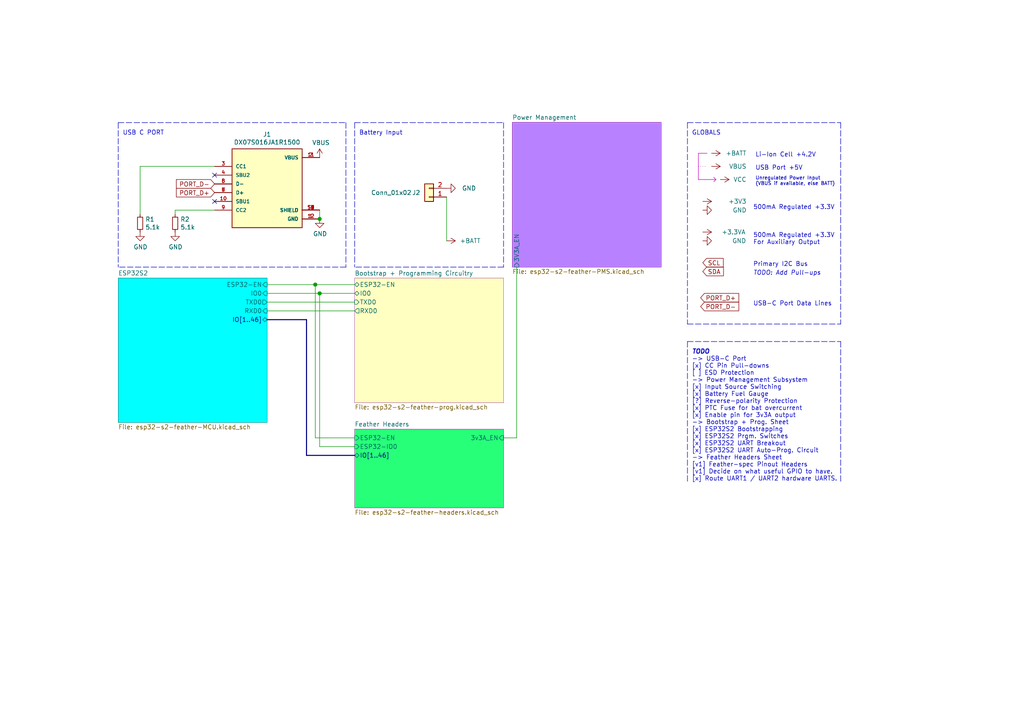
<source format=kicad_sch>
(kicad_sch (version 20210406) (generator eeschema)
  (paper "A4")
  (title_block (title "ESP32S2 Wroom Feather") (date "2020-12-26") (rev "v2") (company "Leigh Oliver"))
  (lib_symbols
    (symbol "Connector_Generic:Conn_01x02" (pin_names (offset 1.016) hide)
      (property "Reference" "J" (at 0 2.54 0))
      (property "Value" "Conn_01x02" (at 0 -5.08 0))
      (symbol "Conn_01x02_1_1"
        (rectangle (start -1.27 -2.413) (end 0 -2.667) (stroke (width 0.1524)))
        (rectangle (start -1.27 0.127) (end 0 -0.127) (stroke (width 0.1524)))
        (rectangle (start -1.27 1.27) (end 1.27 -3.81) (stroke (width 0.254)) (fill (type background)))
        (pin passive line (at -5.08 0 0) (length 3.81) (name "Pin_1") (number "1"))
        (pin passive line (at -5.08 -2.54 0) (length 3.81) (name "Pin_2") (number "2"))
      )
    )
    (symbol "DX07S016JA1R1500:DX07S016JA1R1500" (pin_names (offset 1.016))
      (property "Reference" "J" (at -10.16 11.43 0))
      (property "Value" "DX07S016JA1R1500" (at -10.16 -13.97 0))
      (symbol "DX07S016JA1R1500_0_0"
        (rectangle (start -10.16 -12.7) (end 10.16 10.16) (stroke (width 0.254)) (fill (type background)))
        (pin power_in line (at 15.24 -10.16 180) (length 5.08) (name "GND") (number "1"))
        (pin passive line (at -15.24 -5.08 0) (length 5.08) (name "SBU1") (number "10"))
        (pin power_in line (at 15.24 7.62 180) (length 5.08) (name "VBUS") (number "11"))
        (pin power_in line (at 15.24 -10.16 180) (length 5.08) (name "GND") (number "12"))
        (pin power_in line (at 15.24 7.62 180) (length 5.08) (name "VBUS") (number "2"))
        (pin passive line (at -15.24 5.08 0) (length 5.08) (name "CC1") (number "3"))
        (pin passive line (at -15.24 2.54 0) (length 5.08) (name "SBU2") (number "4"))
        (pin passive line (at -15.24 0 0) (length 5.08) (name "D-") (number "5"))
        (pin passive line (at -15.24 -2.54 0) (length 5.08) (name "D+") (number "6"))
        (pin passive line (at -15.24 -2.54 0) (length 5.08) (name "D+") (number "7"))
        (pin passive line (at -15.24 0 0) (length 5.08) (name "D-") (number "8"))
        (pin passive line (at -15.24 -7.62 0) (length 5.08) (name "CC2") (number "9"))
        (pin passive line (at 15.24 -7.62 180) (length 5.08) (name "SHIELD") (number "S1"))
        (pin passive line (at 15.24 -7.62 180) (length 5.08) (name "SHIELD") (number "S2"))
        (pin passive line (at 15.24 -7.62 180) (length 5.08) (name "SHIELD") (number "S3"))
        (pin passive line (at 15.24 -7.62 180) (length 5.08) (name "SHIELD") (number "S4"))
        (pin passive line (at 15.24 -7.62 180) (length 5.08) (name "SHIELD") (number "S5"))
        (pin passive line (at 15.24 -7.62 180) (length 5.08) (name "SHIELD") (number "S6"))
      )
    )
    (symbol "Device:R_Small" (pin_numbers hide) (pin_names (offset 0.254) hide)
      (property "Reference" "R" (at 0.762 0.508 0))
      (property "Value" "R_Small" (at 0.762 -1.016 0))
      (symbol "R_Small_0_1"
        (rectangle (start -0.762 1.778) (end 0.762 -1.778) (stroke (width 0.2032)))
      )
      (symbol "R_Small_1_1"
        (pin passive line (at 0 2.54 270) (length 0.762) (name "~") (number "1"))
        (pin passive line (at 0 -2.54 90) (length 0.762) (name "~") (number "2"))
      )
    )
    (symbol "power:+3.3VA" (power) (pin_names (offset 0))
      (property "Value" "+3.3VA" (at 0 3.556 0))
      (symbol "+3.3VA_0_1"
        (polyline (pts (xy -0.762 1.27) (xy 0 2.54)))
        (polyline (pts (xy 0 0) (xy 0 2.54)))
        (polyline (pts (xy 0 2.54) (xy 0.762 1.27)))
      )
      (symbol "+3.3VA_1_1"
        (pin power_in line (at 0 0 90) (length 0) hide (name "+3.3VA") (number "1"))
      )
    )
    (symbol "power:+3V3" (power) (pin_names (offset 0))
      (property "Value" "+3V3" (at 0 3.556 0))
      (symbol "+3V3_0_1"
        (polyline (pts (xy -0.762 1.27) (xy 0 2.54)))
        (polyline (pts (xy 0 0) (xy 0 2.54)))
        (polyline (pts (xy 0 2.54) (xy 0.762 1.27)))
      )
      (symbol "+3V3_1_1"
        (pin power_in line (at 0 0 90) (length 0) hide (name "+3V3") (number "1"))
      )
    )
    (symbol "power:+BATT" (power) (pin_names (offset 0))
      (property "Value" "+BATT" (at 0 3.556 0))
      (symbol "+BATT_0_1"
        (polyline (pts (xy -0.762 1.27) (xy 0 2.54)))
        (polyline (pts (xy 0 0) (xy 0 2.54)))
        (polyline (pts (xy 0 2.54) (xy 0.762 1.27)))
      )
      (symbol "+BATT_1_1"
        (pin power_in line (at 0 0 90) (length 0) hide (name "+BATT") (number "1"))
      )
    )
    (symbol "power:GND" (power) (pin_names (offset 0))
      (property "Value" "GND" (at 0 -3.81 0))
      (symbol "GND_0_1"
        (polyline (pts (xy 0 0) (xy 0 -1.27) (xy 1.27 -1.27) (xy 0 -2.54) (xy -1.27 -1.27) (xy 0 -1.27)))
      )
      (symbol "GND_1_1"
        (pin power_in line (at 0 0 270) (length 0) hide (name "GND") (number "1"))
      )
    )
    (symbol "power:VBUS" (power) (pin_names (offset 0))
      (property "Value" "VBUS" (at 0 3.81 0))
      (symbol "VBUS_0_1"
        (polyline (pts (xy -0.762 1.27) (xy 0 2.54)))
        (polyline (pts (xy 0 0) (xy 0 2.54)))
        (polyline (pts (xy 0 2.54) (xy 0.762 1.27)))
      )
      (symbol "VBUS_1_1"
        (pin power_in line (at 0 0 90) (length 0) hide (name "VBUS") (number "1"))
      )
    )
    (symbol "power:VCC" (power) (pin_names (offset 0))
      (property "Value" "VCC" (at 0 3.81 0))
      (symbol "VCC_0_1"
        (polyline (pts (xy -0.762 1.27) (xy 0 2.54)))
        (polyline (pts (xy 0 0) (xy 0 2.54)))
        (polyline (pts (xy 0 2.54) (xy 0.762 1.27)))
      )
      (symbol "VCC_1_1"
        (pin power_in line (at 0 0 90) (length 0) hide (name "VCC") (number "1"))
      )
    )
  )
  (junction (at 91.44 82.55) (diameter 1.016))
  (junction (at 92.71 63.5) (diameter 1.016))
  (junction (at 92.71 85.09) (diameter 1.016))
  (no_connect (at 62.23 50.8))
  (no_connect (at 62.23 58.42))
  (wire (pts (xy 40.64 48.26) (xy 40.64 62.23)))
  (wire (pts (xy 50.8 60.96) (xy 62.23 60.96)))
  (wire (pts (xy 50.8 62.23) (xy 50.8 60.96)))
  (wire (pts (xy 62.23 48.26) (xy 40.64 48.26)))
  (wire (pts (xy 77.47 82.55) (xy 91.44 82.55)))
  (wire (pts (xy 77.47 85.09) (xy 92.71 85.09)))
  (wire (pts (xy 77.47 87.63) (xy 102.87 87.63)))
  (wire (pts (xy 77.47 90.17) (xy 102.87 90.17)))
  (wire (pts (xy 91.44 82.55) (xy 91.44 127)))
  (wire (pts (xy 91.44 82.55) (xy 102.87 82.55)))
  (wire (pts (xy 92.71 60.96) (xy 92.71 63.5)))
  (wire (pts (xy 92.71 85.09) (xy 92.71 129.54)))
  (wire (pts (xy 92.71 85.09) (xy 102.87 85.09)))
  (wire (pts (xy 92.71 129.54) (xy 102.87 129.54)))
  (wire (pts (xy 102.87 127) (xy 91.44 127)))
  (wire (pts (xy 129.54 57.15) (xy 129.54 69.85)))
  (wire (pts (xy 149.86 77.47) (xy 149.86 127)))
  (wire (pts (xy 149.86 127) (xy 146.05 127)))
  (bus (pts (xy 77.47 92.71) (xy 88.9 92.71)))
  (bus (pts (xy 88.9 92.71) (xy 88.9 132.08)))
  (bus (pts (xy 88.9 132.08) (xy 102.87 132.08)))
  (polyline (pts (xy 34.29 35.56) (xy 34.29 77.47)) (stroke (width 0) (type dash)))
  (polyline (pts (xy 34.29 35.56) (xy 100.33 35.56)) (stroke (width 0) (type dash)))
  (polyline (pts (xy 100.33 35.56) (xy 100.33 77.47)) (stroke (width 0) (type dash)))
  (polyline (pts (xy 100.33 77.47) (xy 34.29 77.47)) (stroke (width 0) (type dash)))
  (polyline (pts (xy 102.87 35.56) (xy 102.87 77.47)) (stroke (width 0) (type dash)))
  (polyline (pts (xy 102.87 35.56) (xy 146.05 35.56)) (stroke (width 0) (type dash)))
  (polyline (pts (xy 146.05 35.56) (xy 146.05 77.47)) (stroke (width 0) (type dash)))
  (polyline (pts (xy 146.05 77.47) (xy 102.87 77.47)) (stroke (width 0) (type dash)))
  (polyline (pts (xy 199.39 35.56) (xy 199.39 93.98)) (stroke (width 0) (type dash)))
  (polyline (pts (xy 199.39 35.56) (xy 243.84 35.56)) (stroke (width 0) (type dash)))
  (polyline (pts (xy 199.39 93.98) (xy 243.84 93.98)) (stroke (width 0) (type dash)))
  (polyline (pts (xy 199.39 99.06) (xy 199.39 139.7)) (stroke (width 0) (type dash)))
  (polyline (pts (xy 199.39 99.06) (xy 243.84 99.06)) (stroke (width 0) (type dash)))
  (polyline (pts (xy 202.565 44.45) (xy 202.565 48.26)) (stroke (width 0.152) (type solid) (color 194 0 194 1)))
  (polyline (pts (xy 202.565 48.26) (xy 202.565 52.07)) (stroke (width 0.152) (type solid) (color 194 0 194 1)))
  (polyline (pts (xy 202.565 48.26) (xy 205.105 48.26)) (stroke (width 0.152) (type dot) (color 194 0 194 1)))
  (polyline (pts (xy 205.105 44.45) (xy 202.565 44.45)) (stroke (width 0.152) (type solid) (color 194 0 194 1)))
  (polyline (pts (xy 207.01 51.435) (xy 207.645 52.07)) (stroke (width 0.152) (type solid) (color 194 0 194 1)))
  (polyline (pts (xy 207.645 52.07) (xy 202.565 52.07)) (stroke (width 0.152) (type solid) (color 194 0 194 1)))
  (polyline (pts (xy 207.645 52.07) (xy 207.01 52.705)) (stroke (width 0.152) (type solid) (color 194 0 194 1)))
  (polyline (pts (xy 243.84 35.56) (xy 243.84 93.98)) (stroke (width 0) (type dash)))
  (polyline (pts (xy 243.84 99.06) (xy 243.84 139.7)) (stroke (width 0) (type dash)))
  (text "USB C PORT" (at 35.56 39.37 0) (effects (font (size 1.27 1.27)) (justify left bottom)))
  (text "Battery Input" (at 104.14 39.37 0) (effects (font (size 1.27 1.27)) (justify left bottom)))
  (text "GLOBALS" (at 200.66 39.37 0) (effects (font (size 1.27 1.27)) (justify left bottom)))
  (text "TODO" (at 200.66 102.87 0) (effects (font (size 1.27 1.27) (thickness 0.254) bold italic) (justify left bottom)))
  (text "-> USB-C Port\n[x] CC Pin Pull-downs\n[ ] ESD Protection\n-> Power Management Subsystem\n[x] Input Source Switching\n[x] Battery Fuel Gauge\n[?] Reverse-polarity Protection\n[x] PTC Fuse for bat overcurrent\n[x] Enable pin for 3v3A output\n-> Bootstrap + Prog. Sheet\n[x] ESP32S2 Bootstrapping\n[x] ESP32S2 Prgm. Switches\n[x] ESP32S2 UART Breakout\n[x] ESP32S2 UART Auto-Prog. Circuit\n-> Feather Headers Sheet\n[v1] Feather-spec Pinout Headers\n[v1] Decide on what useful GPIO to have.\n[x] Route UART1 / UART2 hardware UARTS." (at 200.66 139.7 0) (effects (font (size 1.27 1.27)) (justify left bottom)))
  (text "500mA Regulated +3.3V" (at 218.44 60.96 0) (effects (font (size 1.27 1.27)) (justify left bottom)))
  (text "500mA Regulated +3.3V\nFor Auxiliary Output" (at 218.44 71.12 0) (effects (font (size 1.27 1.27)) (justify left bottom)))
  (text "Primary I2C Bus" (at 218.44 77.47 0) (effects (font (size 1.27 1.27)) (justify left bottom)))
  (text "TODO: Add Pull-ups" (at 218.44 80.01 0) (effects (font (size 1.27 1.27) italic) (justify left bottom)))
  (text "USB-C Port Data Lines" (at 218.44 88.9 0) (effects (font (size 1.27 1.27)) (justify left bottom)))
  (text "Li-Ion Cell +4.2V" (at 219.075 45.72 0) (effects (font (size 1.27 1.27)) (justify left bottom)))
  (text "USB Port +5V" (at 219.075 49.53 0) (effects (font (size 1.27 1.27)) (justify left bottom)))
  (text "Unregulated Power Input\n(VBUS if available, else BATT)" (at 219.075 53.975 0) (effects (font (size 1 1)) (justify left bottom)))
  (global_label "PORT_D-" (shape input) (at 62.23 53.34 180) (property "Intersheet References" "${INTERSHEET_REFS}" (effects hide)))
  (global_label "PORT_D+" (shape input) (at 62.23 55.88 180) (property "Intersheet References" "${INTERSHEET_REFS}" (effects hide)))
  (global_label "PORT_D+" (shape input) (at 203.2 86.36 0) (property "Intersheet References" "${INTERSHEET_REFS}" (effects hide)))
  (global_label "PORT_D-" (shape input) (at 203.2 88.9 0) (property "Intersheet References" "${INTERSHEET_REFS}" (effects hide)))
  (global_label "SCL" (shape input) (at 203.835 76.2 0) (property "Intersheet References" "${INTERSHEET_REFS}" (effects hide)))
  (global_label "SDA" (shape input) (at 203.835 78.74 0) (property "Intersheet References" "${INTERSHEET_REFS}" (effects hide)))
  (symbol (lib_id "power:VBUS") (at 92.71 45.72 0) (unit 1)
    (property "Reference" "#PWR0101" (effects hide))
    (property "Value" "VBUS" (at 93.0783 41.3956 0))
  )
  (symbol (lib_id "power:+BATT") (at 129.54 69.85 270) (unit 1)
    (property "Reference" "#PWR0108" (effects hide))
    (property "Value" "+BATT" (at 133.35 69.85 90) (effects (justify left)))
  )
  (symbol (lib_id "power:+3V3") (at 203.835 58.42 270) (unit 1)
    (property "Reference" "#PWR0104" (effects hide))
    (property "Value" "+3V3" (at 216.535 58.42 90) (effects (justify right)))
  )
  (symbol (lib_id "power:+3.3VA") (at 203.835 67.31 270) (unit 1)
    (property "Reference" "#PWR0138" (effects hide))
    (property "Value" "+3.3VA" (at 216.281 67.31 90) (effects (justify right)))
  )
  (symbol (lib_id "power:+BATT") (at 206.375 44.45 270) (unit 1)
    (property "Reference" "#PWR0144" (effects hide))
    (property "Value" "+BATT" (at 216.535 44.45 90) (effects (justify right)))
  )
  (symbol (lib_id "power:VBUS") (at 206.375 48.26 270) (unit 1)
    (property "Reference" "#PWR0142" (effects hide))
    (property "Value" "VBUS" (at 216.535 48.26 90) (effects (justify right)))
  )
  (symbol (lib_id "power:VCC") (at 208.915 52.07 270) (unit 1)
    (property "Reference" "#PWR0143" (effects hide))
    (property "Value" "VCC" (at 216.535 52.07 90) (effects (justify right)))
  )
  (symbol (lib_id "power:GND") (at 40.64 67.31 0) (unit 1)
    (property "Reference" "#PWR0105" (effects hide))
    (property "Value" "GND" (at 40.7543 71.6344 0))
  )
  (symbol (lib_id "power:GND") (at 50.8 67.31 0) (unit 1)
    (property "Reference" "#PWR0106" (effects hide))
    (property "Value" "GND" (at 50.9143 71.6344 0))
  )
  (symbol (lib_id "power:GND") (at 92.71 63.5 0) (unit 1)
    (property "Reference" "#PWR0102" (effects hide))
    (property "Value" "GND" (at 92.8243 67.8244 0))
  )
  (symbol (lib_id "power:GND") (at 129.54 54.61 90) (unit 1)
    (property "Reference" "#PWR0107" (effects hide))
    (property "Value" "GND" (at 133.985 54.61 90) (effects (justify right)))
  )
  (symbol (lib_id "power:GND") (at 203.835 60.96 90) (unit 1)
    (property "Reference" "#PWR0103" (effects hide))
    (property "Value" "GND" (at 212.471 60.96 90) (effects (justify right)))
  )
  (symbol (lib_id "power:GND") (at 203.835 69.85 90) (unit 1)
    (property "Reference" "#PWR0141" (effects hide))
    (property "Value" "GND" (at 212.344 69.85 90) (effects (justify right)))
  )
  (symbol (lib_id "Device:R_Small") (at 40.64 64.77 0) (unit 1)
    (property "Reference" "R1" (at 42.1387 63.6206 0) (effects (justify left)))
    (property "Value" "5.1k" (at 42.1384 65.9188 0) (effects (justify left)))
    (property "Footprint" "Resistor_SMD:R_0805_2012Metric_Pad1.20x1.40mm_HandSolder" (effects hide))
  )
  (symbol (lib_id "Device:R_Small") (at 50.8 64.77 0) (unit 1)
    (property "Reference" "R2" (at 52.2987 63.6206 0) (effects (justify left)))
    (property "Value" "5.1k" (at 52.2986 65.919 0) (effects (justify left)))
    (property "Footprint" "Resistor_SMD:R_0805_2012Metric_Pad1.20x1.40mm_HandSolder" (effects hide))
  )
  (symbol (lib_id "Connector_Generic:Conn_01x02") (at 124.46 57.15 180) (unit 1)
    (property "Reference" "J2" (at 121.92 55.88 0) (effects (justify left)))
    (property "Value" "Conn_01x02" (at 119.38 55.88 0) (effects (justify left)))
    (property "Footprint" "Connector_JST:JST_PH_S2B-PH-SM4-TB_1x02-1MP_P2.00mm_Horizontal" (effects hide))
  )
  (symbol (lib_id "DX07S016JA1R1500:DX07S016JA1R1500") (at 77.47 53.34 0) (unit 1)
    (property "Reference" "J1" (at 77.47 38.9698 0))
    (property "Value" "DX07S016JA1R1500" (at 77.47 41.2685 0))
    (property "Footprint" "Footprints:JAE_DX07S016JA1R1500" (effects hide))
    (property "MANUFACTURER" "JAE Industry Ltd." (effects hide))
    (property "PARTREV" "1" (effects hide))
    (property "MAXIMUM_PACKAGE_HEIGHT" "3.31 mm" (effects hide))
    (property "STANDARD" "Manufacturer Recommendations" (effects hide))
  )
  (sheet (at 102.87 80.645) (size 43.18 36.195) (stroke (width 0.001) (color 132 0 132 1)) (fill (color 255 255 194 1.0000))
    (property "Sheet name" "Bootstrap + Programming Circuitry" (at 102.87 80.009 0) (effects (justify left bottom)))
    (property "Sheet file" "esp32-s2-feather-prog.kicad_sch" (at 102.87 117.3489 0) (effects (justify left top)))
    (pin "IO0" bidirectional (at 102.87 85.09 180))
    (pin "TXD0" input (at 102.87 87.63 180))
    (pin "RXD0" output (at 102.87 90.17 180))
    (pin "ESP32-EN" bidirectional (at 102.87 82.55 180))
  )
  (sheet (at 34.29 80.645) (size 43.18 41.91) (stroke (width 0.1) (color 0 72 72 1)) (fill (color 0 255 255 1.0000))
    (property "Sheet name" "ESP32S2" (at 34.29 79.9596 0) (effects (justify left bottom)))
    (property "Sheet file" "esp32-s2-feather-MCU.kicad_sch" (at 34.29 123.1134 0) (effects (justify left top)))
    (pin "ESP32-EN" input (at 77.47 82.55 0))
    (pin "IO0" input (at 77.47 85.09 0))
    (pin "TXD0" output (at 77.47 87.63 0))
    (pin "RXD0" input (at 77.47 90.17 0))
    (pin "IO[1..46]" bidirectional (at 77.47 92.71 0))
  )
  (sheet (at 102.87 124.46) (size 43.18 22.86) (stroke (width 0.1) (color 132 0 132 1)) (fill (color 39 255 120 1.0000))
    (property "Sheet name" "Feather Headers" (at 102.87 123.7746 0) (effects (justify left bottom)))
    (property "Sheet file" "esp32-s2-feather-headers.kicad_sch" (at 102.87 147.8784 0) (effects (justify left top)))
    (pin "IO[1..46]" bidirectional (at 102.87 132.08 180))
    (pin "3v3A_EN" input (at 146.05 127 0))
    (pin "ESP32-EN" input (at 102.87 127 180))
    (pin "ESP32-IO0" input (at 102.87 129.54 180))
  )
  (sheet (at 148.59 35.4838) (size 43.18 41.9862) (stroke (width 0.1) (color 132 0 132 1)) (fill (color 183 129 255 1.0000))
    (property "Sheet name" "Power Management" (at 148.59 34.7984 0) (effects (justify left bottom)))
    (property "Sheet file" "esp32-s2-feather-PMS.kicad_sch" (at 148.59 78.0284 0) (effects (justify left top)))
    (pin "3V3A_EN" input (at 149.86 77.47 270))
  )
)
</source>
